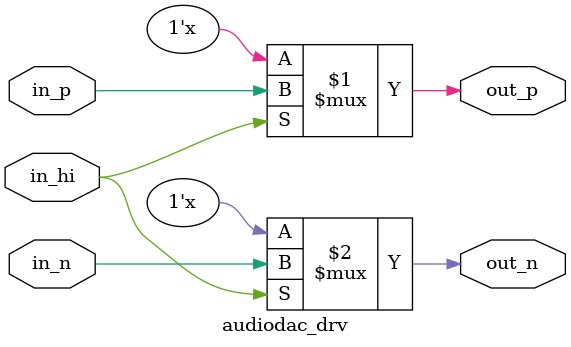
<source format=v>

`default_nettype none

module audiodac_drv(
`ifdef USE_POWER_PINS
    input vdd,
    input vss,
`endif
    input in_p,
    input in_n,
    input in_hi,
    output wire out_p,
    output wire out_n
);

assign out_p = (in_hi) ? in_p : 1'bx;
assign out_n = (in_hi) ? in_n : 1'bx;

endmodule
`default_nettype wire

</source>
